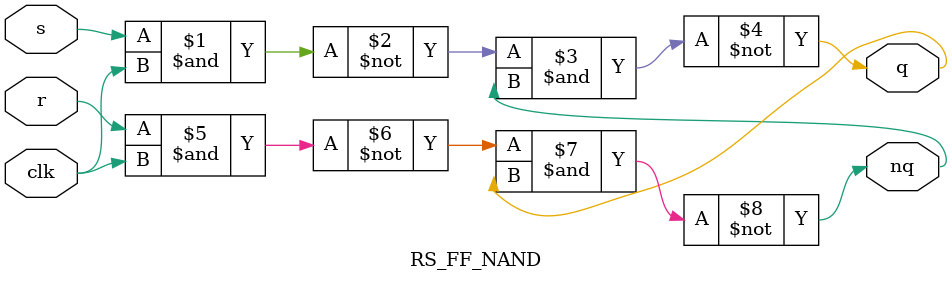
<source format=v>
`timescale 1ns / 1ps
module RS_FF_NAND(
    input s, r, clk,
    output q, nq
    );
assign q = ~(~(s & clk) & nq);
assign nq = ~(~(r & clk) & q);
endmodule

</source>
